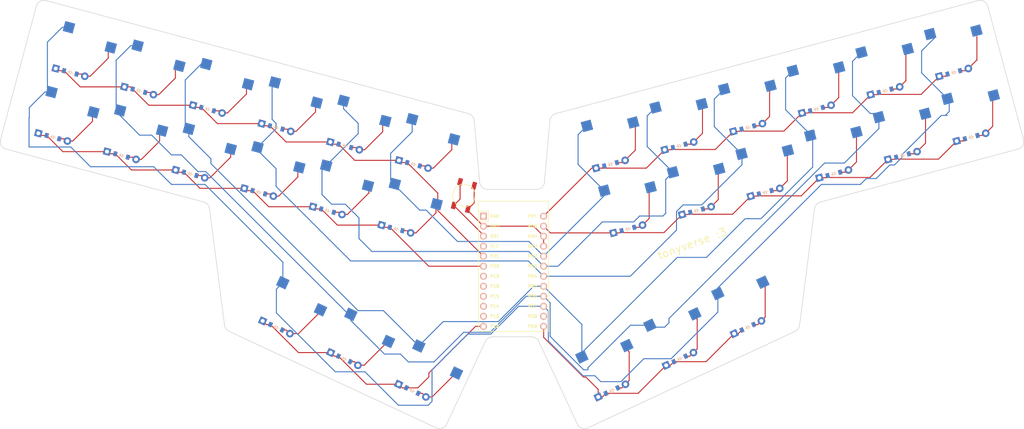
<source format=kicad_pcb>
(kicad_pcb (version 20240108) (generator "pcbnew") (generator_version "8.0")
  (title_block (title "tonyverse") (rev "v1.0.0") (company "Unknown"))
  (layers (0 "F.Cu" signal) (31 "B.Cu" signal) (34 "B.Paste" user) (35 "F.Paste" user) (36 "B.SilkS" user "B.Silkscreen") (37 "F.SilkS" user "F.Silkscreen") (38 "B.Mask" user) (39 "F.Mask" user) (44 "Edge.Cuts" user))
  (net 0 "")
  (net 1 "P7")
  (net 2 "pinky_bottom")
  (net 3 "pinky_top")
  (net 4 "P6")
  (net 5 "ring_bottom")
  (net 6 "ring_top")
  (net 7 "P5")
  (net 8 "better_bottom")
  (net 9 "better_top")
  (net 10 "P4")
  (net 11 "middle_bottom")
  (net 12 "middle_top")
  (net 13 "P3")
  (net 14 "index_bottom")
  (net 15 "index_top")
  (net 16 "P2")
  (net 17 "inner_bottom")
  (net 18 "inner_top")
  (net 19 "near_thumb")
  (net 20 "home_thumb")
  (net 21 "far_thumb")
  (net 22 "mirror_pinky_bottom")
  (net 23 "mirror_pinky_top")
  (net 24 "mirror_ring_bottom")
  (net 25 "mirror_ring_top")
  (net 26 "mirror_better_bottom")
  (net 27 "mirror_better_top")
  (net 28 "mirror_middle_bottom")
  (net 29 "mirror_middle_top")
  (net 30 "mirror_index_bottom")
  (net 31 "mirror_index_top")
  (net 32 "mirror_inner_bottom")
  (net 33 "mirror_inner_top")
  (net 34 "mirror_near_thumb")
  (net 35 "mirror_home_thumb")
  (net 36 "mirror_far_thumb")
  (net 37 "P20")
  (net 38 "P21")
  (net 39 "P10")
  (net 40 "P0")
  (net 41 "P1")
  (net 42 "P9")
  (net 43 "RAW")
  (net 44 "GND")
  (net 45 "RST")
  (net 46 "VCC")
  (net 47 "P19")
  (net 48 "P18")
  (net 49 "P15")
  (net 50 "P14")
  (net 51 "P16")
  (net 52 "P8")
  (footprint "E73:SW_TACT_ALPS_SKQGABE010" (layer "F.Cu") (at 162.58987 147.802652 -105)
    (property "Reference" "B1" (hide yes))
    (property "Value" "" (hide yes))
  )
  (footprint "ComboDiode" (layer "F.Cu") (at 110.633147 146.977134 -15)
    (property "Reference" "D7" (hide yes))
    (property "Value" "" (hide yes))
  )
  (footprint "PG1350" (layer "F.Cu") (at 289.767248 128.171276 15)
    (property "Reference" "S16" (hide yes))
    (property "Value" "" (hide yes))
  )
  (footprint "ComboDiode" (layer "F.Cu") (at 115.033071 130.556395 -15)
    (property "Reference" "D8" (hide yes))
    (property "Value" "" (hide yes))
  )
  (footprint "ComboDiode" (layer "F.Cu") (at 221.514683 151.635877 15)
    (property "Reference" "D24" (hide yes))
    (property "Value" "" (hide yes))
  )
  (footprint "PG1350" (layer "F.Cu") (at 250.593994 121.068023 15)
    (property "Reference" "S21" (hide yes))
    (property "Value" "" (hide yes))
  )
  (footprint "ComboDiode" (layer "F.Cu") (at 149.494599 197.271631 -25)
    (property "Reference" "D15" (hide yes))
    (property "Value" "" (hide yes))
  )
  (footprint "ComboDiode" (layer "F.Cu") (at 234.479592 181.212137 25)
    (property "Reference" "D28" (hide yes))
    (property "Value" "" (hide yes))
  )
  (footprint "PG1350" (layer "F.Cu") (at 81.553837 116.40928 -15)
    (property "Reference" "S4" (hide yes))
    (property "Value" "" (hide yes))
  )
  (footprint "ComboDiode" (layer "F.Cu") (at 256.288013 142.318391 15)
    (property "Reference" "D20" (hide yes))
    (property "Value" "" (hide yes))
  )
  (footprint "PG1350" (layer "F.Cu") (at 133.713831 130.385509 -15)
    (property "Reference" "S10" (hide yes))
    (property "Value" "" (hide yes))
  )
  (footprint "ComboDiode" (layer "F.Cu") (at 291.061343 133.000906 15)
    (property "Reference" "D16" (hide yes))
    (property "Value" "" (hide yes))
  )
  (footprint "ComboDiode" (layer "F.Cu") (at 132.274751 189.241884 -25)
    (property "Reference" "D14" (hide yes))
    (property "Value" "" (hide yes))
  )
  (footprint "PG1350" (layer "F.Cu") (at 220.220588 146.806248 15)
    (property "Reference" "S24" (hide yes))
    (property "Value" "" (hide yes))
  )
  (footprint "ComboDiode" (layer "F.Cu") (at 58.473153 133.000906 -15)
    (property "Reference" "D1" (hide yes))
    (property "Value" "" (hide yes))
  )
  (footprint "PG1350" (layer "F.Cu") (at 116.327166 125.726766 -15)
    (property "Reference" "S8" (hide yes))
    (property "Value" "" (hide yes))
  )
  (footprint "PG1350" (layer "F.Cu") (at 198.433999 135.044251 15)
    (property "Reference" "S27" (hide yes))
    (property "Value" "" (hide yes))
  )
  (footprint "PG1350" (layer "F.Cu") (at 197.926805 192.740092 25)
    (property "Reference" "S30" (hide yes))
    (property "Value" "" (hide yes))
  )
  (footprint "ComboDiode" (layer "F.Cu") (at 273.674678 137.659648 15)
    (property "Reference" "D18" (hide yes))
    (property "Value" "" (hide yes))
  )
  (footprint "ComboDiode" (layer "F.Cu") (at 251.888089 125.897652 15)
    (property "Reference" "D21" (hide yes))
    (property "Value" "" (hide yes))
  )
  (footprint "PG1350" (layer "F.Cu") (at 151.60769 192.740092 -25)
    (property "Reference" "S15" (hide yes))
    (property "Value" "" (hide yes))
  )
  (footprint "PG1350" (layer "F.Cu") (at 129.313907 146.806248 -15)
    (property "Reference" "S9" (hide yes))
    (property "Value" "" (hide yes))
  )
  (footprint "PG1350" (layer "F.Cu") (at 98.940501 121.068023 -15)
    (property "Reference" "S6" (hide yes))
    (property "Value" "" (hide yes))
  )
  (footprint "ComboDiode" (layer "F.Cu") (at 149.806401 139.873881 -15)
    (property "Reference" "D12" (hide yes))
    (property "Value" "" (hide yes))
  )
  (footprint "ComboDiode" (layer "F.Cu") (at 199.728095 139.873881 15)
    (property "Reference" "D27" (hide yes))
    (property "Value" "" (hide yes))
  )
  (footprint "ProMicro" (layer "F.Cu") (at 175.14727 167.007123 -90)
    (property "Reference" "MCU1" (hide yes))
    (property "Value" "" (hide yes))
  )
  (footprint "PG1350" (layer "F.Cu") (at 146.700572 151.464991 -15)
    (property "Reference" "S11" (hide yes))
    (property "Value" "" (hide yes))
  )
  (footprint "PG1350" (layer "F.Cu") (at 64.167171 111.750537 -15)
    (property "Reference" "S2" (hide yes))
    (property "Value" "" (hide yes))
  )
  (footprint "PG1350" (layer "F.Cu") (at 111.927242 142.147505 -15)
    (property "Reference" "S7" (hide yes))
    (property "Value" "" (hide yes))
  )
  (footprint "PG1350" (layer "F.Cu") (at 59.767248 128.171276 -15)
    (property "Reference" "S1" (hide yes))
    (property "Value" "" (hide yes))
  )
  (footprint "ComboDiode" (layer "F.Cu") (at 204.128018 156.29462 15)
    (property "Reference" "D26" (hide yes))
    (property "Value" "" (hide yes))
  )
  (footprint "ComboDiode" (layer "F.Cu") (at 80.259741 121.238909 -15)
    (property "Reference" "D4" (hide yes))
    (property "Value" "" (hide yes))
  )
  (footprint "PG1350" (layer "F.Cu") (at 202.833923 151.464991 15)
    (property "Reference" "S26" (hide yes))
    (property "Value" "" (hide yes))
  )
  (footprint "PG1350" (layer "F.Cu") (at 267.980659 116.40928 15)
    (property "Reference" "S19" (hide yes))
    (property "Value" "" (hide yes))
  )
  (footprint "ComboDiode" (layer "F.Cu") (at 286.661419 116.580166 15)
    (property "Reference" "D17" (hide yes))
    (property "Value" "" (hide yes))
  )
  (footprint "ComboDiode" (layer "F.Cu") (at 62.873076 116.580166 -15)
    (property "Reference" "D2" (hide yes))
    (property "Value" "" (hide yes))
  )
  (footprint "ComboDiode" (layer "F.Cu") (at 75.859818 137.659648 -15)
    (property "Reference" "D3" (hide yes))
    (property "Value" "" (hide yes))
  )
  (footprint "ComboDiode" (layer "F.Cu") (at 115.054903 181.212137 -25)
    (property "Reference" "D13" (hide yes))
    (property "Value" "" (hide yes))
  )
  (footprint "PG1350" (layer "F.Cu") (at 94.540577 137.488762 -15)
    (property "Reference" "S5" (hide yes))
    (property "Value" "" (hide yes))
  )
  (footprint "PG1350" (layer "F.Cu") (at 215.820664 130.385509 15)
    (property "Reference" "S25" (hide yes))
    (property "Value" "" (hide yes))
  )
  (footprint "PG1350" (layer "F.Cu") (at 134.387842 184.710345 -25)
    (property "Reference" "S14" (hide yes))
    (property "Value" "" (hide yes))
  )
  (footprint "PG1350" (layer "F.Cu") (at 117.167994 176.680598 -25)
    (property "Reference" "S13" (hide yes))
    (property "Value" "" (hide yes))
  )
  (footprint "ComboDiode" (layer "F.Cu") (at 269.274754 121.238909 15)
    (property "Reference" "D19" (hide yes))
    (property "Value" "" (hide yes))
  )
  (footprint "ComboDiode" (layer "F.Cu") (at 234.501424 130.556395 15)
    (property "Reference" "D23" (hide yes))
    (property "Value" "" (hide yes))
  )
  (footprint "PG1350" (layer "F.Cu") (at 254.993918 137.488762 15)
    (property "Reference" "S20" (hide yes))
    (property "Value" "" (hide yes))
  )
  (footprint "PG1350" (layer "F.Cu") (at 237.607253 142.147505 15)
    (property "Reference" "S22" (hide yes))
    (property "Value" "" (hide yes))
  )
  (footprint "PG1350" (layer "F.Cu") (at 151.100496 135.044251 -15)
    (property "Reference" "S12" (hide yes))
    (property "Value" "" (hide yes))
  )
  (footprint "ComboDiode" (layer "F.Cu") (at 132.419736 135.215138 -15)
    (property "Reference" "D10" (hide yes))
    (property "Value" "" (hide yes))
  )
  (footprint "PG1350" (layer "F.Cu") (at 77.153913 132.830019 -15)
    (property "Reference" "S3" (hide yes))
    (property "Value" "" (hide yes))
  )
  (footprint "ComboDiode" (layer "F.Cu") (at 217.114759 135.215138 15)
    (property "Reference" "D25" (hide yes))
    (property "Value" "" (hide yes))
  )
  (footprint "PG1350" (layer "F.Cu") (at 232.366501 176.680598 25)
    (property "Reference" "S28" (hide yes))
    (property "Value" "" (hide yes))
  )
  (footprint "ComboDiode" (layer "F.Cu") (at 200.039896 197.271631 25)
    (property "Reference" "D30" (hide yes))
    (property "Value" "" (hide yes))
  )
  (footprint "PG1350" (layer "F.Cu") (at 272.380583 132.830019 15)
    (property "Reference" "S18" (hide yes))
    (property "Value" "" (hide yes))
  )
  (footprint "ComboDiode" (layer "F.Cu") (at 93.246482 142.318391 -15)
    (property "Reference" "D5" (hide yes))
    (property "Value" "" (hide yes))
  )
  (footprint "ComboDiode" (layer "F.Cu") (at 238.901348 146.977134 15)
    (property "Reference" "D22" (hide yes))
    (property "Value" "" (hide yes))
  )
  (footprint "PG1350" (layer "F.Cu") (at 285.367324 111.750537 15)
    (property "Reference" "S17" (hide yes))
    (property "Value" "" (hide yes))
  )
  (footprint "ComboDiode" (layer "F.Cu") (at 97.646406 125.897652 -15)
    (property "Reference" "D6" (hide yes))
    (property "Value" "" (hide yes))
  )
  (footprint "ComboDiode" (layer "F.Cu") (at 217.259744 189.241884 25)
    (property "Reference" "D29" (hide yes))
    (property "Value" "" (hide yes))
  )
  (footprint "PG1350" (layer "F.Cu") (at 233.207329 125.726766 15)
    (property "Reference" "S23" (hide yes))
    (property "Value" "" (hide yes))
  )
  (footprint "PG1350" (layer "F.Cu") (at 215.146653 184.710345 25)
    (property "Reference" "S29" (hide yes))
    (property "Value" "" (hide yes))
  )
  (footprint "ComboDiode" (layer "F.Cu") (at 128.019812 151.635877 -15)
    (property "Reference" "D9" (hide yes))
    (property "Value" "" (hide yes))
  )
  (footprint "ComboDiode" (layer "F.Cu") (at 145.406477 156.29462 -15)
    (property "Reference" "D11" (hide yes))
    (property "Value" "" (hide yes))
  )
  (gr_line (start 168.557909 146.27129) (end 180.976587 146.27129) (stroke (width 0.15)) (layer "Edge.Cuts"))
  (gr_arc (start 103.094261 182.255066) (mid 102.32502 181.622901) (end 101.955913 180.698171) (stroke (width 0.15)) (layer "Edge.Cuts"))
  (gr_line (start 155.568813 206.724351) (end 103.094261 182.255065) (stroke (width 0.15)) (layer "Edge.Cuts"))
  (gr_line (start 251.391045 151.125519) (end 247.578582 180.698171) (stroke (width 0.15)) (layer "Edge.Cuts"))
  (gr_arc (start 158.226666 205.756972) (mid 157.09809 206.791121) (end 155.568813 206.724351) (stroke (width 0.15)) (layer "Edge.Cuts"))
  (gr_arc (start 193.965682 206.72435) (mid 192.436405 206.79112) (end 191.30783 205.756972) (stroke (width 0.15)) (layer "Edge.Cuts"))
  (gr_arc (start 184.355452 128.788873) (mid 184.816247 127.678906) (end 185.830018 127.03344) (stroke (width 0.15)) (layer "Edge.Cuts"))
  (gr_line (start 182.968791 144.447709) (end 184.355452 128.788873) (stroke (width 0.15)) (layer "Edge.Cuts"))
  (gr_line (start 246.440234 182.255065) (end 193.965682 206.724351) (stroke (width 0.15)) (layer "Edge.Cuts"))
  (gr_arc (start 304.315581 133.590548) (mid 304.11578 135.108186) (end 302.901367 136.040038) (stroke (width 0.15)) (layer "Edge.Cuts"))
  (gr_line (start 302.901367 136.040038) (end 252.856991 149.449388) (stroke (width 0.15)) (layer "Edge.Cuts"))
  (gr_arc (start 168.000076 184.797825) (mid 168.738093 183.956279) (end 169.812692 183.643062) (stroke (width 0.15)) (layer "Edge.Cuts"))
  (gr_line (start 56.727071 98.36893) (end 163.704477 127.03344) (stroke (width 0.15)) (layer "Edge.Cuts"))
  (gr_line (start 101.955913 180.698171) (end 98.143451 151.125519) (stroke (width 0.15)) (layer "Edge.Cuts"))
  (gr_arc (start 96.677504 149.449388) (mid 97.665317 150.06457) (end 98.143451 151.125519) (stroke (width 0.15)) (layer "Edge.Cuts"))
  (gr_line (start 45.218915 133.590548) (end 54.277581 99.783144) (stroke (width 0.15)) (layer "Edge.Cuts"))
  (gr_arc (start 251.391044 151.125519) (mid 251.869178 150.06457) (end 252.856991 149.449388) (stroke (width 0.15)) (layer "Edge.Cuts"))
  (gr_arc (start 292.807425 98.368931) (mid 294.325063 98.568732) (end 295.256914 99.783144) (stroke (width 0.15)) (layer "Edge.Cuts"))
  (gr_arc (start 247.578582 180.698171) (mid 247.209475 181.6229) (end 246.440234 182.255065) (stroke (width 0.15)) (layer "Edge.Cuts"))
  (gr_line (start 165.179043 128.788873) (end 166.565705 144.447709) (stroke (width 0.15)) (layer "Edge.Cuts"))
  (gr_arc (start 179.721803 183.643062) (mid 180.796403 183.956279) (end 181.534419 184.797825) (stroke (width 0.15)) (layer "Edge.Cuts"))
  (gr_arc (start 46.633128 136.040037) (mid 45.418716 135.108186) (end 45.218915 133.590548) (stroke (width 0.15)) (layer "Edge.Cuts"))
  (gr_arc (start 168.557909 146.27129) (mid 167.207509 145.746559) (end 166.565705 144.447709) (stroke (width 0.15)) (layer "Edge.Cuts"))
  (gr_arc (start 182.968791 144.447709) (mid 182.326987 145.746559) (end 180.976587 146.27129) (stroke (width 0.15)) (layer "Edge.Cuts"))
  (gr_line (start 191.30783 205.756972) (end 181.534419 184.797825) (stroke (width 0.15)) (layer "Edge.Cuts"))
  (gr_arc (start 54.277581 99.783144) (mid 55.209433 98.568731) (end 56.727071 98.36893) (stroke (width 0.15)) (layer "Edge.Cuts"))
  (gr_line (start 179.721804 183.643062) (end 169.812692 183.643062) (stroke (width 0.15)) (layer "Edge.Cuts"))
  (gr_line (start 168.000076 184.797825) (end 158.226666 205.756972) (stroke (width 0.15)) (layer "Edge.Cuts"))
  (gr_line (start 185.830018 127.03344) (end 292.807424 98.36893) (stroke (width 0.15)) (layer "Edge.Cuts"))
  (gr_line (start 295.256914 99.783144) (end 304.315581 133.590548) (stroke (width 0.15)) (layer "Edge.Cuts"))
  (gr_line (start 96.677504 149.449388) (end 46.633128 136.040038) (stroke (width 0.15)) (layer "Edge.Cuts"))
  (gr_arc (start 163.704477 127.03344) (mid 164.718248 127.678906) (end 165.179043 128.788873) (stroke (width 0.15)) (layer "Edge.Cuts"))
  (gr_text "tonyverse :3" (at 211.569862 163.203959 20) (layer "F.SilkS") (effects (font (size 2 2) (thickness 0.2)) (justify left)))
  (segment (start 57.082368 120.514939) (end 57.082368 108.917632) (width 0.25) (layer "B.Cu") (net 1))
  (segment (start 157.5 189) (end 157.5 189.026926) (width 0.25) (layer "B.Cu") (net 1))
  (segment (start 263 145) (end 253.121514 145) (width 0.25) (layer "B.Cu") (net 1))
  (segment (start 267 143.5) (end 264.5 143.5) (width 0.25) (layer "B.Cu") (net 1))
  (segment (start 183.96857 184.71857) (end 192.75 193.5) (width 0.25) (layer "B.Cu") (net 1))
  (segment (start 285.063868 123.27165) (end 285.5 123.707782) (width 0.25) (layer "B.Cu") (net 1))
  (segment (start 183.96857 177.098423) (end 183.96857 184.71857) (width 0.25) (layer "B.Cu") (net 1))
  (segment (start 52.436111 128.0482) (end 52.5 127.984311) (width 0.25) (layer "B.Cu") (net 1))
  (segment (start 60.844354 105.155646) (end 62.543737 105.155646) (width 0.25) (layer "B.Cu") (net 1))
  (segment (start 52.5 125.5) (end 56.423615 121.576385) (width 0.25) (layer "B.Cu") (net 1))
  (segment (start 281.72539 107.912357) (end 278.5 111.137747) (width 0.25) (layer "B.Cu") (net 1))
  (segment (start 116.714415 169.903992) (end 116.714415 164.714415) (width 0.25) (layer "B.Cu") (net 1))
  (segment (start 270.440452 140.059548) (end 267 143.5) (width 0.25) (layer "B.Cu") (net 1))
  (segment (start 88.5 145) (end 84 140.5) (width 0.25) (layer "B.Cu") (net 1))
  (segment (start 84 140.5) (end 68 140.5) (width 0.25) (layer "B.Cu") (net 1))
  (segment (start 97 145) (end 88.5 145) (width 0.25) (layer "B.Cu") (net 1))
  (segment (start 56.423615 121.576385) (end 58.143814 121.576385) (width 0.25) (layer "B.Cu") (net 1))
  (segment (start 63 135.5) (end 52.436111 135.5) (width 0.25) (layer "B.Cu") (net 1))
  (segment (start 278.5 116.707782) (end 285.063868 123.27165) (width 0.25) (layer "B.Cu") (net 1))
  (segment (start 154.5 200) (end 153.5 201) (width 0.25) (layer "B.Cu") (net 1))
  (segment (start 154.5 192.026926) (end 154.5 200) (width 0.25) (layer "B.Cu") (net 1))
  (segment (start 130 192.5) (end 115.078494 177.578494) (width 0.25) (layer "B.Cu") (net 1))
  (segment (start 283.5 127.5) (end 273.511613 137.488387) (width 0.25) (layer "B.Cu") (net 1))
  (segment (start 271.620716 140.059548) (end 270.440452 140.059548) (width 0.25) (layer "B.Cu") (net 1))
  (segment (start 57.082368 108.917632) (end 60.844354 105.155646) (width 0.25) (layer "B.Cu") (net 1))
  (segment (start 116.714415 164.714415) (end 97 145) (width 0.25) (layer "B.Cu") (net 1))
  (segment (start 202.347726 195) (end 208.157934 189.189792) (width 0.25) (layer "B.Cu") (net 1))
  (segment (start 137.5 192.5) (end 130 192.5) (width 0.25) (layer "B.Cu") (net 1))
  (segment (start 182.76727 175.897123) (end 176.436007 175.897123) (width 0.25) (layer "B.Cu") (net 1))
  (segment (start 195.731714 193.5) (end 197.231714 195) (width 0.25) (layer "B.Cu") (net 1))
  (segment (start 115.078494 177.578494) (end 115.078494 171.539913) (width 0.25) (layer "B.Cu") (net 1))
  (segment (start 146 201) (end 137.5 192.5) (width 0.25) (layer "B.Cu") (net 1))
  (segment (start 192.75 193.5) (end 195.731714 193.5) (width 0.25) (layer "B.Cu") (net 1))
  (segment (start 280.663944 106.850911) (end 281.72539 107.912357) (width 0.25) (layer "B.Cu") (net 1))
  (segment (start 273.5 138.180264) (end 271.620716 140.059548) (width 0.25) (layer "B.Cu") (net 1))
  (segment (start 68 140.5) (end 63 135.5) (width 0.25) (layer "B.Cu") (net 1))
  (segment (start 169.38313 182.95) (end 163.55 182.95) (width 0.25) (layer "B.Cu") (net 1))
  (segment (start 182.76727 175.897123) (end 183.96857 177.098423) (width 0.25) (layer "B.Cu") (net 1))
  (segment (start 253.121514 145) (end 226.883764 171.23775) (width 0.25) (layer "B.Cu") (net 1))
  (segment (start 226.883764 177.367211) (end 226.883764 172.672141) (width 0.25) (layer "B.Cu") (net 1))
  (segment (start 52.5 127.984311) (end 52.5 125.5) (width 0.25) (layer "B.Cu") (net 1))
  (segment (start 52.436111 135.5) (end 52.436111 128.0482) (width 0.25) (layer "B.Cu") (net 1))
  (segment (start 285.5 126.5) (end 284.5 127.5) (width 0.25) (layer "B.Cu") (net 1))
  (segment (start 273.5 137.488387) (end 273.5 138.180264) (width 0.25) (layer "B.Cu") (net 1))
  (segment (start 176.436007 175.897123) (end 169.38313 182.95) (width 0.25) (layer "B.Cu") (net 1))
  (segment (start 153.5 201) (end 146 201) (width 0.25) (layer "B.Cu") (net 1))
  (segment (start 115.078494 171.539913) (end 116.714415 169.903992) (width 0.25) (layer "B.Cu") (net 1))
  (segment (start 157.5 189.026926) (end 154.5 192.026926) (width 0.25) (layer "B.Cu") (net 1))
  (segment (start 278.5 111.137747) (end 278.5 116.707782) (width 0.25) (layer "B.Cu") (net 1))
  (segment (start 226.883764 171.23775) (end 226.883764 172.672141) (width 0.25) (layer "B.Cu") (net 1))
  (segment (start 215.061183 189.189792) (end 226.883764 177.367211) (width 0.25) (layer "B.Cu") (net 1))
  (segment (start 285.011613 127.5) (end 283.5 127.5) (width 0.25) (layer "B.Cu") (net 1))
  (segment (start 197.231714 195) (end 202.347726 195) (width 0.25) (layer "B.Cu") (net 1))
  (segment (start 208.157934 189.189792) (end 215.061183 189.189792) (width 0.25) (layer "B.Cu") (net 1))
  (segment (start 58.143814 121.576385) (end 57.082368 120.514939) (width 0.25) (layer "B.Cu") (net 1))
  (segment (start 285.5 123.707782) (end 285.5 126.5) (width 0.25) (layer "B.Cu") (net 1))
  (segment (start 163.55 182.95) (end 157.5 189) (width 0.25) (layer "B.Cu") (net 1))
  (segment (start 264.5 143.5) (end 263 145) (width 0.25) (layer "B.Cu") (net 1))
  (segment (start 61.59428 133.427957) (end 62.15333 133.987007) (width 0.25) (layer "F.Cu") (net 2))
  (segment (start 63.500368 133.987007) (end 68.5 128.987375) (width 0.25) (layer "F.Cu") (net 2))
  (segment (start 62.15333 133.987007) (end 63.500368 133.987007) (width 0.25) (layer "F.Cu") (net 2))
  (segment (start 60.066931 133.427957) (end 61.59428 133.427957) (width 0.25) (layer "F.Cu") (net 2))
  (segment (start 68.5 128.987375) (end 68.5 126.5) (width 0.25) (layer "F.Cu") (net 2))
  (segment (start 72.5 112.966558) (end 72.5 110.5) (width 0.25) (layer "F.Cu") (net 3))
  (segment (start 67.900291 117.566267) (end 72.5 112.966558) (width 0.25) (layer "F.Cu") (net 3))
  (segment (start 66.553253 117.566267) (end 67.900291 117.566267) (width 0.25) (layer "F.Cu") (net 3))
  (segment (start 65.994203 117.007217) (end 66.553253 117.566267) (width 0.25) (layer "F.Cu") (net 3))
  (segment (start 64.466854 117.007217) (end 65.994203 117.007217) (width 0.25) (layer "F.Cu") (net 3))
  (segment (start 184.41857 175.008423) (end 184.41857 183.522157) (width 0.25) (layer "B.Cu") (net 4))
  (segment (start 162.5 182.5) (end 169.196734 182.5) (width 0.25) (layer "B.Cu") (net 4))
  (segment (start 142.427767 188) (end 146.5 188) (width 0.25) (layer "B.Cu") (net 4))
  (segment (start 265.511662 127.011662) (end 261 122.5) (width 0.25) (layer "B.Cu") (net 4))
  (segment (start 95.224417 141.724417) (end 97.153241 141.724417) (width 0.25) (layer "B.Cu") (net 4))
  (segment (start 74.5 113.5) (end 74.5 125.204649) (width 0.25) (layer "B.Cu") (net 4))
  (segment (start 194 191.450221) (end 204.748333 180.701888) (width 0.25) (layer "B.Cu") (net 4))
  (segment (start 75.530479 126.235128) (end 75.530479 127.580987) (width 0.25) (layer "B.Cu") (net 4))
  (segment (start 146.5 188) (end 148.5 190) (width 0.25) (layer "B.Cu") (net 4))
  (segment (start 155 190) (end 162.5 182.5) (width 0.25) (layer "B.Cu") (net 4))
  (segment (start 83.5 132.5) (end 88.5 137.5) (width 0.25) (layer "B.Cu") (net 4))
  (segment (start 74.5 125.204649) (end 75.530479 126.235128) (width 0.25) (layer "B.Cu") (net 4))
  (segment (start 210.154842 181.192814) (end 213.408724 181.192814) (width 0.25) (layer "B.Cu") (net 4))
  (segment (start 253.921738 139.578262) (end 258.921738 139.578262) (width 0.25) (layer "B.Cu") (net 4))
  (segment (start 194 192) (end 194 191.450221) (width 0.25) (layer "B.Cu") (net 4))
  (segment (start 97.153241 141.724417) (end 133.362563 177.933739) (width 0.25) (layer "B.Cu") (net 4))
  (segment (start 75.530479 127.580987) (end 80.449492 132.5) (width 0.25) (layer "B.Cu") (net 4))
  (segment (start 182.76727 173.357123) (end 184.41857 175.008423) (width 0.25) (layer "B.Cu") (net 4))
  (segment (start 133.362563 177.933739) (end 133.934263 177.933739) (width 0.25) (layer "B.Cu") (net 4))
  (segment (start 80.449492 132.5) (end 83.5 132.5) (width 0.25) (layer "B.Cu") (net 4))
  (segment (start 267.677203 127.930393) (end 268.595934 127.011662) (width 0.25) (layer "B.Cu") (net 4))
  (segment (start 204.748333 180.701888) (end 209.663916 180.701888) (width 0.25) (layer "B.Cu") (net 4))
  (segment (start 79.930403 109.814389) (end 78.185611 109.814389) (width 0.25) (layer "B.Cu") (net 4))
  (segment (start 258.921738 139.578262) (end 267.677203 130.822797) (width 0.25) (layer "B.Cu") (net 4))
  (segment (start 184.41857 183.522157) (end 192.896413 192) (width 0.25) (layer "B.Cu") (net 4))
  (segment (start 209.663916 180.701888) (end 210.154842 181.192814) (width 0.25) (layer "B.Cu") (net 4))
  (segment (start 133.934263 177.933739) (end 133.934263 179.506496) (width 0.25) (layer "B.Cu") (net 4))
  (segment (start 267.677203 130.822797) (end 267.677203 127.930393) (width 0.25) (layer "B.Cu") (net 4))
  (segment (start 261 113.786933) (end 263.277279 111.509654) (width 0.25) (layer "B.Cu") (net 4))
  (segment (start 178.339611 173.357123) (end 182.76727 173.357123) (width 0.25) (layer "B.Cu") (net 4))
  (segment (start 214.507074 180.094464) (end 214.507074 178.992926) (width 0.25) (layer "B.Cu") (net 4))
  (segment (start 192.896413 192) (end 194 192) (width 0.25) (layer "B.Cu") (net 4))
  (segment (start 148.5 190) (end 155 190) (width 0.25) (layer "B.Cu") (net 4))
  (segment (start 78.185611 109.814389) (end 74.5 113.5) (width 0.25) (layer "B.Cu") (net 4))
  (segment (start 91 137.5) (end 95.224417 141.724417) (width 0.25) (layer "B.Cu") (net 4))
  (segment (start 214.507074 178.992926) (end 253.921738 139.578262) (width 0.25) (layer "B.Cu") (net 4))
  (segment (start 213.408724 181.192814) (end 214.507074 180.094464) (width 0.25) (layer "B.Cu") (net 4))
  (segment (start 261 122.5) (end 261 113.786933) (width 0.25) (layer "B.Cu") (net 4))
  (segment (start 268.595934 127.011662) (end 265.511662 127.011662) (width 0.25) (layer "B.Cu") (net 4))
  (segment (start 133.934263 179.506496) (end 142.427767 188) (width 0.25) (layer "B.Cu") (net 4))
  (segment (start 169.196734 182.5) (end 178.339611 173.357123) (width 0.25) (layer "B.Cu") (net 4))
  (segment (start 88.5 137.5) (end 91 137.5) (width 0.25) (layer "B.Cu") (net 4))
  (segment (start 78.980945 138.086699) (end 79.539995 138.645749) (width 0.25) (layer "F.Cu") (net 5))
  (segment (start 79.539995 138.645749) (end 80.887033 138.645749) (width 0.25) (layer "F.Cu") (net 5))
  (segment (start 77.453596 138.086699) (end 78.980945 138.086699) (width 0.25) (layer "F.Cu") (net 5))
  (segment (start 85.5 134.032782) (end 85.5 131.5) (width 0.25) (layer "F.Cu") (net 5))
  (segment (start 80.887033 138.645749) (end 85.5 134.032782) (width 0.25) (layer "F.Cu") (net 5))
  (segment (start 89.5 118.011966) (end 89.5 115) (width 0.25) (layer "F.Cu") (net 6))
  (segment (start 81.853519 121.66596) (end 83.380868 121.66596) (width 0.25) (layer "F.Cu") (net 6))
  (segment (start 85.286956 122.22501) (end 89.5 118.011966) (width 0.25) (layer "F.Cu") (net 6))
  (segment (start 83.380868 121.66596) (end 83.939918 122.22501) (width 0.25) (layer "F.Cu") (net 6))
  (segment (start 83.939918 122.22501) (end 85.286956 122.22501) (width 0.25) (layer "F.Cu") (net 6))
  (segment (start 216.608137 163.5) (end 224 163.5) (width 0.25) (layer "B.Cu") (net 7))
  (segment (start 192.444068 180.493921) (end 192.444068 188.731635) (width 0.25) (layer "B.Cu") (net 7))
  (segment (start 244.055502 118.003509) (end 245.890614 116.168397) (width 0.25) (layer "B.Cu") (net 7))
  (segment (start 180.243215 170.817123) (end 182.76727 170.817123) (width 0.25) (layer "B.Cu") (net 7))
  (segment (start 237.807373 153.692627) (end 250.907226 140.592774) (width 0.25) (layer "B.Cu") (net 7))
  (segment (start 92 129.976728) (end 92.917143 130.893871) (width 0.25) (layer "B.Cu") (net 7))
  (segment (start 244.055502 126.055502) (end 244.055502 118.003509) (width 0.25) (layer "B.Cu") (net 7))
  (segment (start 142.190625 177) (end 151.154111 185.963486) (width 0.25) (layer "B.Cu") (net 7))
  (segment (start 250.101251 132.101251) (end 244.055502 126.055502) (width 0.25) (layer "B.Cu") (net 7))
  (segment (start 157.341774 179.775823) (end 171.284515 179.775823) (width 0.25) (layer "B.Cu") (net 7))
  (segment (start 250.907226 133.205824) (end 250.290538 132.589136) (width 0.25) (layer "B.Cu") (net 7))
  (segment (start 96.026868 114.473132) (end 92 118.5) (width 0.25) (layer "B.Cu") (net 7))
  (segment (start 92.917143 132.910329) (end 98.5 138.493186) (width 0.25) (layer "B.Cu") (net 7))
  (segment (start 92 118.5) (end 92 129.976728) (width 0.25) (layer "B.Cu") (net 7))
  (segment (start 192.444068 188.731635) (end 192.444068 187.664069) (width 0.25) (layer "B.Cu") (net 7))
  (segment (start 97.317067 114.473132) (end 96.026868 114.473132) (width 0.25) (layer "B.Cu") (net 7))
  (segment (start 92.917143 130.893871) (end 92.917143 132.910329) (width 0.25) (layer "B.Cu") (net 7))
  (segment (start 182.76727 170.817123) (end 192.444068 180.493921) (width 0.25) (layer "B.Cu") (net 7))
  (segment (start 251.351984 131.52769) (end 250.674812 131.52769) (width 0.25) (layer "B.Cu") (net 7))
  (segment (start 151.154111 185.963486) (end 157.341774 179.775823) (width 0.25) (layer "B.Cu") (net 7))
  (segment (start 250.290538 132.589136) (end 251.351984 131.52769) (width 0.25) (layer "B.Cu") (net 7))
  (segment (start 171.284515 179.775823) (end 180.243215 170.817123) (width 0.25) (layer "B.Cu") (net 7))
  (segment (start 98.5 139.715099) (end 135.784901 177) (width 0.25) (layer "B.Cu") (net 7))
  (segment (start 233.807373 153.692627) (end 237.807373 153.692627) (width 0.25) (layer "B.Cu") (net 7))
  (segment (start 250.907226 140.592774) (end 250.907226 133.205824) (width 0.25) (layer "B.Cu") (net 7))
  (segment (start 98.5 138.493186) (end 98.5 139.715099) (width 0.25) (layer "B.Cu") (net 7))
  (segment (start 192.444068 187.664069) (end 216.608137 163.5) (width 0.25) (layer "B.Cu") (net 7))
  (segment (start 250.674812 131.52769) (end 250.101251 132.101251) (width 0.25) (layer "B.Cu") (net 7))
  (segment (start 224 163.5) (end 233.807373 153.692627) (width 0.25) (layer "B.Cu") (net 7))
  (segment (start 135.784901 177) (end 142.190625 177) (width 0.25) (layer "B.Cu") (net 7))
  (segment (start 98.273697 143.304492) (end 103.5 138.078189) (width 0.25) (layer "F.Cu") (net 8))
  (segment (start 94.84026 142.745442) (end 96.367609 142.745442) (width 0.25) (layer "F.Cu") (net 8))
  (segment (start 96.367609 142.745442) (end 96.926659 143.304492) (width 0.25) (layer "F.Cu") (net 8))
  (segment (start 96.926659 143.304492) (end 98.273697 143.304492) (width 0.25) (layer "F.Cu") (net 8))
  (segment (start 103.5 138.078189) (end 103.5 136.5) (width 0.25) (layer "F.Cu") (net 8))
  (segment (start 100.767533 126.324703) (end 101.326583 126.883753) (width 0.25) (layer "F.Cu") (net 9))
  (segment (start 107.5 122.057374) (end 107.5 119.5) (width 0.25) (layer "F.Cu") (net 9))
  (segment (start 102.673621 126.883753) (end 107.5 122.057374) (width 0.25) (layer "F.Cu") (net 9))
  (segment (start 99.240184 126.324703) (end 100.767533 126.324703) (width 0.25) (layer "F.Cu") (net 9))
  (segment (start 101.326583 126.883753) (end 102.673621 126.883753) (width 0.25) (layer "F.Cu") (net 9))
  (segment (start 226 130.344006) (end 232.903873 137.247879) (width 0.25) (layer "B.Cu") (net 10))
  (segment (start 133.898423 164.398423) (end 115 145.5) (width 0.25) (layer "B.Cu") (net 10))
  (segment (start 218.091646 150.187803) (end 216.420708 151.858741) (width 0.25) (layer "B.Cu") (net 10))
  (segment (start 114 128.5) (end 114 119.835607) (width 0.25) (layer "B.Cu") (net 10))
  (segment (start 115 145.5) (end 115 141) (width 0.25) (layer "B.Cu") (net 10))
  (segment (start 216.420708 151.858741) (end 216.420708 156.579292) (width 0.25) (layer "B.Cu") (net 10))
  (segment (start 115 130.856422) (end 115 129.5) (width 0.25) (layer "B.Cu") (net 10))
  (segment (start 110.303808 136.303808) (end 110.303808 135.552614) (width 0.25) (layer "B.Cu") (net 10))
  (segment (start 110.303808 135.552614) (end 115 130.856422) (width 0.25) (layer "B.Cu") (net 10))
  (segment (start 216.420708 156.579292) (end 204.722877 168.277123) (width 0.25) (layer "B.Cu") (net 10))
  (segment (start 226 123.331089) (end 226 130.344006) (width 0.25) (layer "B.Cu") (net 10))
  (segment (start 178.88857 164.398423) (end 133.898423 164.398423) (width 0.25) (layer "B.Cu") (net 10))
  (segment (start 222.812197 150.187803) (end 218.091646 150.187803) (width 0.25) (layer "B.Cu") (net 10))
  (segment (start 182.76727 168.277123) (end 178.88857 164.398423) (width 0.25) (layer "B.Cu") (net 10))
  (segment (start 115 141) (end 110.303808 136.303808) (width 0.25) (layer "B.Cu") (net 10))
  (segment (start 228.503949 120.82714) (end 226 123.331089) (width 0.25) (layer "B.Cu") (net 10))
  (segment (start 114 119.835607) (end 114.703732 119.131875) (width 0.25) (layer "B.Cu") (net 10))
  (segment (start 232.903873 137.247879) (end 233 137.344006) (width 0.25) (layer "B.Cu") (net 10))
  (segment (start 233 137.344006) (end 233 140) (width 0.25) (layer "B.Cu") (net 10))
  (segment (start 233 140) (end 222.812197 150.187803) (width 0.25) (layer "B.Cu") (net 10))
  (segment (start 115 129.5) (end 114 128.5) (width 0.25) (layer "B.Cu") (net 10))
  (segment (start 204.722877 168.277123) (end 182.76727 168.277123) (width 0.25) (layer "B.Cu") (net 10))
  (segment (start 120.5 143.123597) (end 120.5 141) (width 0.25) (layer "F.Cu") (net 11))
  (segment (start 115.660362 147.963235) (end 120.5 143.123597) (width 0.25) (layer "F.Cu") (net 11))
  (segment (start 113.754274 147.404185) (end 114.313324 147.963235) (width 0.25) (layer "F.Cu") (net 11))
  (segment (start 114.313324 147.963235) (end 115.660362 147.963235) (width 0.25) (layer "F.Cu") (net 11))
  (segment (start 112.226925 147.404185) (end 113.754274 147.404185) (width 0.25) (layer "F.Cu") (net 11))
  (segment (start 116.626849 130.983446) (end 118.154198 130.983446) (width 0.25) (layer "F.Cu") (net 12))
  (segment (start 118.154198 130.983446) (end 118.713248 131.542496) (width 0.25) (layer "F.Cu") (net 12))
  (segment (start 120.060286 131.542496) (end 125 126.602782) (width 0.25) (layer "F.Cu") (net 12))
  (segment (start 118.713248 131.542496) (end 120.060286 131.542496) (width 0.25) (layer "F.Cu") (net 12))
  (segment (start 125 126.602782) (end 125 124.5) (width 0.25) (layer "F.Cu") (net 12))
  (segment (start 215.517208 141.906622) (end 209 135.389414) (width 0.25) (layer "B.Cu") (net 13))
  (segment (start 209 127.603167) (end 211.117284 125.485883) (width 0.25) (layer "B.Cu") (net 13))
  (segment (start 213.682096 152.317904) (end 213.682096 143.741734) (width 0.25) (layer "B.Cu") (net 13))
  (segment (start 136 153.48469) (end 136 158.728647) (width 0.25) (layer "B.Cu") (net 13))
  (segment (start 135.803331 132.098499) (end 127.690473 140.211357) (width 0.25) (layer "B.Cu") (net 13))
  (segment (start 197.643511 154.5) (end 205.5767 154.5) (width 0.25) (layer "B.Cu") (net 13))
  (segment (start 132.090397 125.807076) (end 135.803331 129.52001) (width 0.25) (layer "B.Cu") (net 13))
  (segment (start 126.629027 147.565699) (end 129.063328 150) (width 0.25) (layer "B.Cu") (net 13))
  (segment (start 126.629027 141.272803) (end 126.629027 147.565699) (width 0.25) (layer "B.Cu") (net 13))
  (segment (start 127.690473 140.211357) (end 126.629027 141.272803) (width 0.25) (layer "B.Cu") (net 13))
  (segment (start 132.090397 123.790618) (end 132.090397 125.807076) (width 0.25) (layer "B.Cu") (net 13))
  (segment (start 129.063328 150) (end 132.51531 150) (width 0.25) (layer "B.Cu") (net 13))
  (segment (start 179.02597 161.995823) (end 182.76727 165.737123) (width 0.25) (layer "B.Cu") (net 13))
  (segment (start 132.51531 150) (end 136 153.48469) (width 0.25) (layer "B.Cu") (net 13))
  (segment (start 213 153) (end 213.682096 152.317904) (width 0.25) (layer "B.Cu") (net 13))
  (segment (start 186.406388 165.737123) (end 197.643511 154.5) (width 0.25) (layer "B.Cu") (net 13))
  (segment (start 209 135.389414) (end 209 127.603167) (width 0.25) (layer "B.Cu") (net 13))
  (segment (start 139.267176 161.995823) (end 179.02597 161.995823) (width 0.25) (layer "B.Cu") (net 13))
  (segment (start 207.0767 153) (end 213 153) (width 0.25) (layer "B.Cu") (net 13))
  (segment (start 213.682096 143.741734) (end 215.517208 141.906622) (width 0.25) (layer "B.Cu") (net 13))
  (segment (start 182.76727 165.737123) (end 186.406388 165.737123) (width 0.25) (layer "B.Cu") (net 13))
  (segment (start 205.5767 154.5) (end 207.0767 153) (width 0.25) (layer "B.Cu") (net 13))
  (segment (start 135.803331 129.52001) (end 135.803331 132.098499) (width 0.25) (layer "B.Cu") (net 13))
  (segment (start 136 158.728647) (end 139.267176 161.995823) (width 0.25) (layer "B.Cu") (net 13))
  (segment (start 131.140939 152.062928) (end 131.699989 152.621978) (width 0.25) (layer "F.Cu") (net 14))
  (segment (start 131.699989 152.621978) (end 133.047027 152.621978) (width 0.25) (layer "F.Cu") (net 14))
  (segment (start 129.61359 152.062928) (end 131.140939 152.062928) (width 0.25) (layer "F.Cu") (net 14))
  (segment (start 138.5 147.169005) (end 138.5 145.5) (width 0.25) (layer "F.Cu") (net 14))
  (segment (start 133.047027 152.621978) (end 138.5 147.169005) (width 0.25) (layer "F.Cu") (net 14))
  (segment (start 134.013514 135.642189) (end 135.540863 135.642189) (width 0.25) (layer "F.Cu") (net 15))
  (segment (start 137.446951 136.201239) (end 142 131.64819) (width 0.25) (layer "F.Cu") (net 15))
  (segment (start 136.099913 136.201239) (end 137.446951 136.201239) (width 0.25) (layer "F.Cu") (net 15))
  (segment (start 135.540863 135.642189) (end 136.099913 136.201239) (width 0.25) (layer "F.Cu") (net 15))
  (segment (start 142 131.64819) (end 142 129.5) (width 0.25) (layer "F.Cu") (net 15))
  (segment (start 160.955823 159.455823) (end 153 151.5) (width 0.25) (layer "B.Cu") (net 16))
  (segment (start 149.477062 131.665272) (end 149.477062 128.44936) (width 0.25) (layer "B.Cu") (net 16))
  (segment (start 191.5 132.375244) (end 191.5 139.934822) (width 0.25) (layer "B.Cu") (net 16))
  (segment (start 193.730619 130.144625) (end 191.5 132.375244) (width 0.25) (layer "B.Cu") (net 16))
  (segment (start 145.077138 145.205975) (end 145.077138 144.8701) (width 0.25) (layer "B.Cu") (net 16))
  (segment (start 198.130543 147.83385) (end 182.76727 163.197123) (width 0.25) (layer "B.Cu") (net 16))
  (segment (start 144.015692 137.126642) (end 149.477062 131.665272) (width 0.25) (layer "B.Cu") (net 16))
  (segment (start 144.015692 143.808654) (end 144.015692 137.126642) (width 0.25) (layer "B.Cu") (net 16))
  (segment (start 179.02597 159.455823) (end 160.955823 159.455823) (width 0.25) (layer "B.Cu") (net 16))
  (segment (start 145.077138 144.8701) (end 144.015692 143.808654) (width 0.25) (layer "B.Cu") (net 16))
  (segment (start 198.130543 146.565365) (end 198.130543 147.83385) (width 0.25) (layer "B.Cu") (net 16))
  (segment (start 153 151.5) (end 151.371163 151.5) (width 0.25) (layer "B.Cu") (net 16))
  (segment (start 182.76727 163.197123) (end 179.02597 159.455823) (width 0.25) (layer "B.Cu") (net 16))
  (segment (start 151.371163 151.5) (end 145.077138 145.205975) (width 0.25) (layer "B.Cu") (net 16))
  (segment (start 191.5 139.934822) (end 198.130543 146.565365) (width 0.25) (layer "B.Cu") (net 16))
  (segment (start 149.086654 157.280721) (end 150.433692 157.280721) (width 0.25) (layer "F.Cu") (net 17))
  (segment (start 148.527604 156.721671) (end 149.086654 157.280721) (width 0.25) (layer "F.Cu") (net 17))
  (segment (start 147.000255 156.721671) (end 148.527604 156.721671) (width 0.25) (layer "F.Cu") (net 17))
  (segment (start 155.5 152.214413) (end 155.5 150) (width 0.25) (layer "F.Cu") (net 17))
  (segment (start 150.433692 157.280721) (end 155.5 152.214413) (width 0.25) (layer "F.Cu") (net 17))
  (segment (start 151.400179 140.300932) (end 152.927528 140.300932) (width 0.25) (layer "F.Cu") (net 18))
  (segment (start 152.927528 140.300932) (end 153.486578 140.859982) (width 0.25) (layer "F.Cu") (net 18))
  (segment (start 159.5 136.193598) (end 159.5 134) (width 0.25) (layer "F.Cu") (net 18))
  (segment (start 153.486578 140.859982) (end 154.833616 140.859982) (width 0.25) (layer "F.Cu") (net 18))
  (segment (start 154.833616 140.859982) (end 159.5 136.193598) (width 0.25) (layer "F.Cu") (net 18))
  (segment (start 118.507936 182.822313) (end 120.677687 182.822313) (width 0.25) (layer "F.Cu") (net 19))
  (segment (start 117.59508 181.909457) (end 118.507936 182.822313) (width 0.25) (layer "F.Cu") (net 19))
  (segment (start 116.550311 181.909457) (end 117.59508 181.909457) (width 0.25) (layer "F.Cu") (net 19))
  (segment (start 120.677687 182.822313) (end 126.5 177) (width 0.25) (layer "F.Cu") (net 19))
  (segment (start 143 185.140964) (end 143 185) (width 0.25) (layer "F.Cu") (net 20))
  (segment (start 134.814928 189.939204) (end 135.727784 190.85206) (width 0.25) (layer "F.Cu") (net 20))
  (segment (start 137.288904 190.85206) (end 143 185.140964) (width 0.25) (layer "F.Cu") (net 20))
  (segment (start 133.770159 189.939204) (end 134.814928 189.939204) (width 0.25) (layer "F.Cu") (net 20))
  (segment (start 135.727784 190.85206) (end 137.288904 190.85206) (width 0.25) (layer "F.Cu") (net 20))
  (segment (start 159.890559 193.5) (end 160.5 193.5) (width 0.25) (layer "F.Cu") (net 21))
  (segment (start 152.034776 197.968951) (end 152.947632 198.881807) (width 0.25) (layer "F.Cu") (net 21))
  (segment (start 154.508752 198.881807) (end 159.890559 193.5) (width 0.25) (layer "F.Cu") (net 21))
  (segment (start 152.947632 198.881807) (end 154.508752 198.881807) (width 0.25) (layer "F.Cu") (net 21))
  (segment (start 150.990007 197.968951) (end 152.034776 197.968951) (width 0.25) (layer "F.Cu") (net 21))
  (segment (start 294.18247 132.573855) (end 294.74152 132.014805) (width 0.25) (layer "F.Cu") (net 22))
  (segment (start 296.5 130.256325) (end 296.5 123) (width 0.25) (layer "F.Cu") (net 22))
  (segment (start 292.655121 132.573855) (end 294.18247 132.573855) (width 0.25) (layer "F.Cu") (net 22))
  (segment (start 294.74152 132.014805) (end 296.5 130.256325) (width 0.25) (layer "F.Cu") (net 22))
  (segment (start 288.255197 116.153115) (end 289.782546 116.153115) (width 0.25) (layer "F.Cu") (net 23))
  (segment (start 292.5 113.435661) (end 292.5 107.5) (width 0.25) (layer "F.Cu") (net 23))
  (segment (start 290.341596 115.594065) (end 292.5 113.435661) (width 0.25) (layer "F.Cu") (net 23))
  (segment (start 289.782546 116.153115) (end 290.341596 115.594065) (width 0.25) (layer "F.Cu") (net 23))
  (segment (start 276.795805 137.232597) (end 277.354855 136.673547) (width 0.25) (layer "F.Cu") (net 24))
  (segment (start 279.5 134.528402) (end 279.5 127) (width 0.25) (layer "F.Cu") (net 24))
  (segment (start 275.268456 137.232597) (end 276.795805 137.232597) (width 0.25) (layer "F.Cu") (net 24))
  (segment (start 277.354855 136.673547) (end 279.5 134.528402) (width 0.25) (layer "F.Cu") (net 24))
  (segment (start 274.519151 118.688588) (end 274.519151 111.019151) (width 0.25) (layer "F.Cu") (net 25))
  (segment (start 274.519151 111.019151) (end 274.5 111) (width 0.25) (layer "F.Cu") (net 25))
  (segment (start 270.868532 120.811858) (end 272.395881 120.811858) (width 0.25) (layer "F.Cu") (net 25))
  (segment (start 272.395881 120.811858) (end 272.954931 120.252808) (width 0.25) (layer "F.Cu") (net 25))
  (segment (start 272.954931 120.252808) (end 274.519151 118.688588) (width 0.25) (layer "F.Cu") (net 25))
  (segment (start 257.881791 141.89134) (end 259.40914 141.89134) (width 0.25) (layer "F.Cu") (net 26))
  (segment (start 259.40914 141.89134) (end 259.96819 141.33229) (width 0.25) (layer "F.Cu") (net 26))
  (segment (start 259.96819 141.33229) (end 262 139.30048) (width 0.25) (layer "F.Cu") (net 26))
  (segment (start 262 139.30048) (end 262 132) (width 0.25) (layer "F.Cu") (net 26))
  (segment (start 257.5 122.979817) (end 257.5 116) (width 0.25) (layer "F.Cu") (net 27))
  (segment (start 253.481867 125.470601) (end 255.009216 125.470601) (width 0.25) (layer "F.Cu") (net 27))
  (segment (start 255.009216 125.470601) (end 255.568266 124.911551) (width 0.25) (layer "F.Cu") (net 27))
  (segment (start 255.568266 124.911551) (end 257.5 122.979817) (width 0.25) (layer "F.Cu") (net 27))
  (segment (start 244.5 144.072558) (end 244.5 136.5) (width 0.25) (layer "F.Cu") (net 28))
  (segment (start 240.495126 146.550083) (end 242.022475 146.550083) (width 0.25) (layer "F.Cu") (net 28))
  (segment (start 242.022475 146.550083) (end 242.581525 145.991033) (width 0.25) (layer "F.Cu") (net 28))
  (segment (start 242.581525 145.991033) (end 244.5 144.072558) (width 0.25) (layer "F.Cu") (net 28))
  (segment (start 237.622551 130.129344) (end 238.181601 129.570294) (width 0.25) (layer "F.Cu") (net 29))
  (segment (start 240 127.751895) (end 240 120.5) (width 0.25) (layer "F.Cu") (net 29))
  (segment (start 236.095202 130.129344) (end 237.622551 130.129344) (width 0.25) (layer "F.Cu") (net 29))
  (segment (start 238.181601 129.570294) (end 240 127.751895) (width 0.25) (layer "F.Cu") (net 29))
  (segment (start 223.108461 151.208826) (end 224.63581 151.208826) (width 0.25) (layer "F.Cu") (net 30))
  (segment (start 227 148.844636) (end 227 141) (width 0.25) (layer "F.Cu") (net 30))
  (segment (start 224.63581 151.208826) (end 225.19486 150.649776) (width 0.25) (layer "F.Cu") (net 30))
  (segment (start 225.19486 150.649776) (end 227 148.844636) (width 0.25) (layer "F.Cu") (net 30))
  (segment (start 220.235886 134.788087) (end 220.794936 134.229037) (width 0.25) (layer "F.Cu") (net 31))
  (segment (start 220.794936 134.229037) (end 223 132.023973) (width 0.25) (layer "F.Cu") (net 31))
  (segment (start 218.708537 134.788087) (end 220.235886 134.788087) (width 0.25) (layer "F.Cu") (net 31))
  (segment (start 223 132.023973) (end 223 125) (width 0.25) (layer "F.Cu") (net 31))
  (segment (start 205.721796 155.867569) (end 207.249145 155.867569) (width 0.25) (layer "F.Cu") (net 32))
  (segment (start 207.249145 155.867569) (end 207.808195 155.308519) (width 0.25) (layer "F.Cu") (net 32))
  (segment (start 209.5 153.616714) (end 209.5 146) (width 0.25) (layer "F.Cu") (net 32))
  (segment (start 207.808195 155.308519) (end 209.5 153.616714) (width 0.25) (layer "F.Cu") (net 32))
  (segment (start 206 129.5) (end 205.5 129) (width 0.25) (layer "F.Cu") (net 33))
  (segment (start 201.321873 139.44683) (end 202.849222 139.44683) (width 0.25) (layer "F.Cu") (net 33))
  (segment (start 206 136.296052) (end 206 129.5) (width 0.25) (layer "F.Cu") (net 33))
  (segment (start 203.408272 138.88778) (end 206 136.296052) (width 0.25) (layer "F.Cu") (net 33))
  (segment (start 202.849222 139.44683) (end 203.408272 138.88778) (width 0.25) (layer "F.Cu") (net 33))
  (segment (start 238.885125 170.885125) (end 238 170) (width 0.25) (layer "F.Cu") (net 34))
  (segment (start 237.019769 180.514817) (end 237.932625 179.601961) (width 0.25) (layer "F.Cu") (net 34))
  (segment (start 238.885125 178.649461) (end 238.885125 170.885125) (width 0.25) (layer "F.Cu") (net 34))
  (segment (start 235.975 180.514817) (end 237.019769 180.514817) (width 0.25) (layer "F.Cu") (net 34))
  (segment (start 237.932625 179.601961) (end 238.885125 178.649461) (width 0.25) (layer "F.Cu") (net 34))
  (segment (start 218.755152 188.544564) (end 219.799921 188.544564) (width 0.25) (layer "F.Cu") (net 35))
  (segment (start 219.799921 188.544564) (end 220.712777 187.631708) (width 0.25) (layer "F.Cu") (net 35))
  (segment (start 221.665277 186.679208) (end 221.665277 179.165277) (width 0.25) (layer "F.Cu") (net 35))
  (segment (start 221.665277 179.165277) (end 221 178.5) (width 0.25) (layer "F.Cu") (net 35))
  (segment (start 220.712777 187.631708) (end 221.665277 186.679208) (width 0.25) (layer "F.Cu") (net 35))
  (segment (start 201.535304 196.574311) (end 202.580073 196.574311) (width 0.25) (layer "F.Cu") (net 36))
  (segment (start 204.445429 187.445429) (end 203.5 186.5) (width 0.25) (layer "F.Cu") (net 36))
  (segment (start 204.445429 194.708955) (end 204.445429 187.445429) (width 0.25) (layer "F.Cu") (net 36))
  (segment (start 203.492929 195.661455) (end 204.445429 194.708955) (width 0.25) (layer "F.Cu") (net 36))
  (segment (start 202.580073 196.574311) (end 203.492929 195.661455) (width 0.25) (layer "F.Cu") (net 36))
  (segment (start 89.566305 141.33229) (end 78.365733 141.33229) (width 0.25) (layer "F.Cu") (net 37))
  (segment (start 142.28535 155.867569) (end 141.7263 155.308519) (width 0.25) (layer "F.Cu") (net 37))
  (segment (start 106.95297 145.991033) (end 95.752397 145.991033) (width 0.25) (layer "F.Cu") (net 37))
  (segment (start 124.898685 151.208826) (end 124.339635 150.649776) (width 0.25) (layer "F.Cu") (net 37))
  (segment (start 126.426034 151.208826) (end 124.898685 151.208826) (width 0.25) (layer "F.Cu") (net 37))
  (segment (start 124.339635 150.649776) (end 113.139062 150.649776) (width 0.25) (layer "F.Cu") (net 37))
  (segment (start 72.179641 136.673547) (end 60.979067 136.673547) (width 0.25) (layer "F.Cu") (net 37))
  (segment (start 109.039369 146.550083) (end 107.51202 146.550083) (width 0.25) (layer "F.Cu") (net 37))
  (segment (start 143.812699 155.867569) (end 142.28535 155.867569) (width 0.25) (layer "F.Cu") (net 37))
  (segment (start 78.365733 141.33229) (end 74.26604 137.232597) (width 0.25) (layer "F.Cu") (net 37))
  (segment (start 91.652704 141.89134) (end 90.125355 141.89134) (width 0.25) (layer "F.Cu") (net 37))
  (segment (start 72.738691 137.232597) (end 72.179641 136.673547) (width 0.25) (layer "F.Cu") (net 37))
  (segment (start 60.979067 136.673547) (end 56.879375 132.573855) (width 0.25) (layer "F.Cu") (net 37))
  (segment (start 55.352026 132.573855) (end 54.792976 132.014805) (width 0.25) (layer "F.Cu") (net 37))
  (segment (start 74.26604 137.232597) (end 72.738691 137.232597) (width 0.25) (layer "F.Cu") (net 37))
  (segment (start 90.125355 141.89134) (end 89.566305 141.33229) (width 0.25) (layer "F.Cu") (net 37))
  (segment (start 95.752397 145.991033) (end 91.652704 141.89134) (width 0.25) (layer "F.Cu") (net 37))
  (segment (start 113.139062 150.649776) (end 109.039369 146.550083) (width 0.25) (layer "F.Cu") (net 37))
  (segment (start 107.51202 146.550083) (end 106.95297 145.991033) (width 0.25) (layer "F.Cu") (net 37))
  (segment (start 167.52727 165.737123) (end 153.682253 165.737123) (width 0.25) (layer "F.Cu") (net 37))
  (segment (start 130.525727 155.308519) (end 126.426034 151.208826) (width 0.25) (layer "F.Cu") (net 37))
  (segment (start 56.879375 132.573855) (end 55.352026 132.573855) (width 0.25) (layer "F.Cu") (net 37))
  (segment (start 141.7263 155.308519) (end 130.525727 155.308519) (width 0.25) (layer "F.Cu") (net 37))
  (segment (start 153.682253 165.737123) (end 143.812699 155.867569) (width 0.25) (layer "F.Cu") (net 37))
  (segment (start 82.765656 124.911551) (end 78.665963 120.811858) (width 0.25) (layer "F.Cu") (net 38))
  (segment (start 113.439293 130.129344) (end 111.911944 130.129344) (width 0.25) (layer "F.Cu") (net 38))
  (segment (start 129.298609 134.788087) (end 128.739559 134.229037) (width 0.25) (layer "F.Cu") (net 38))
  (segment (start 155.95 151.619853) (end 155.95 147.184207) (width 0.25) (layer "F.Cu") (net 38))
  (segment (start 65.378991 120.252808) (end 61.279298 116.153115) (width 0.25) (layer "F.Cu") (net 38))
  (segment (start 146.126224 138.88778) (end 134.925651 138.88778) (width 0.25) (layer "F.Cu") (net 38))
  (segment (start 76.579564 120.252808) (end 78.106913 120.252808) (width 0.25) (layer "F.Cu") (net 38))
  (segment (start 59.751949 116.153115) (end 59.192899 115.594065) (width 0.25) (layer "F.Cu") (net 38))
  (segment (start 78.106913 120.252808) (end 78.665963 120.811858) (width 0.25) (layer "F.Cu") (net 38))
  (segment (start 111.911944 130.129344) (end 111.352894 129.570294) (width 0.25) (layer "F.Cu") (net 38))
  (segment (start 111.352894 129.570294) (end 100.152321 129.570294) (width 0.25) (layer "F.Cu") (net 38))
  (segment (start 134.925651 138.88778) (end 130.825958 134.788087) (width 0.25) (layer "F.Cu") (net 38))
  (segment (start 148.212623 139.44683) (end 146.685274 139.44683) (width 0.25) (layer "F.Cu") (net 38))
  (segment (start 100.152321 129.570294) (end 96.052628 125.470601) (width 0.25) (layer "F.Cu") (net 38))
  (segment (start 117.538986 134.229037) (end 113.439293 130.129344) (width 0.25) (layer "F.Cu") (net 38))
  (segment (start 130.825958 134.788087) (end 129.298609 134.788087) (width 0.25) (layer "F.Cu") (net 38))
  (segment (start 93.966229 124.911551) (end 82.765656 124.911551) (width 0.25) (layer "F.Cu") (net 38))
  (segment (start 155.95 147.184207) (end 148.212623 139.44683) (width 0.25) (layer "F.Cu") (net 38))
  (segment (start 167.52727 163.197123) (end 155.95 151.619853) (width 0.25) (layer "F.Cu") (net 38))
  (segment (start 146.685274 139.44683) (end 146.126224 138.88778) (width 0.25) (layer "F.Cu") (net 38))
  (segment (start 94.525279 125.470601) (end 93.966229 124.911551) (width 0.25) (layer "F.Cu") (net 38))
  (segment (start 128.739559 134.229037) (end 117.538986 134.229037) (width 0.25) (layer "F.Cu") (net 38))
  (segment (start 61.279298 116.153115) (end 59.751949 116.153115) (width 0.25) (layer "F.Cu") (net 38))
  (segment (start 76.579564 120.252808) (end 65.378991 120.252808) (width 0.25) (layer "F.Cu") (net 38))
  (segment (start 96.052628 125.470601) (end 94.525279 125.470601) (width 0.25) (layer "F.Cu") (net 38))
  (segment (start 150.925689 196.574311) (end 147.999191 196.574311) (width 0.25) (layer "F.Cu") (net 39))
  (segment (start 167.52727 180.977123) (end 165.522877 180.977123) (width 0.25) (layer "F.Cu") (net 39))
  (segment (start 130.779343 188.544564) (end 129.734574 188.544564) (width 0.25) (layer "F.Cu") (net 39))
  (segment (start 120.676386 187.631708) (end 113.559495 180.514817) (width 0.25) (layer "F.Cu") (net 39))
  (segment (start 128.821718 187.631708) (end 120.676386 187.631708) (width 0.25) (layer "F.Cu") (net 39))
  (segment (start 165.522877 180.977123) (end 153.69719 192.80281) (width 0.25) (layer "F.Cu") (net 39))
  (segment (start 137.896234 195.661455) (end 130.779343 188.544564) (width 0.25) (layer "F.Cu") (net 39))
  (segment (start 146.041566 195.661455) (end 137.896234 195.661455) (width 0.25) (layer "F.Cu") (net 39))
  (segment (start 112.514726 180.514817) (end 111.60187 179.601961) (width 0.25) (layer "F.Cu") (net 39))
  (segment (start 153.69719 193.80281) (end 150.925689 196.574311) (width 0.25) (layer "F.Cu") (net 39))
  (segment (start 146.954422 196.574311) (end 146.041566 195.661455) (width 0.25) (layer "F.Cu") (net 39))
  (segment (start 153.69719 192.80281) (end 153.69719 193.80281) (width 0.25) (layer "F.Cu") (net 39))
  (segment (start 129.734574 188.544564) (end 128.821718 187.631708) (width 0.25) (layer "F.Cu") (net 39))
  (segment (start 113.559495 180.514817) (end 112.514726 180.514817) (width 0.25) (layer "F.Cu") (net 39))
  (segment (start 147.999191 196.574311) (end 146.954422 196.574311) (width 0.25) (layer "F.Cu") (net 39))
  (segment (start 254.135185 143.304492) (end 254.694235 142.745442) (width 0.25) (layer "F.Cu") (net 40))
  (segment (start 254.694235 142.745442) (end 255.184133 143.23534) (width 0.25) (layer "F.Cu") (net 40))
  (segment (start 272.570798 138.576597) (end 282.791576 138.576597) (width 0.25) (layer "F.Cu") (net 40))
  (segment (start 203.024138 157.211569) (end 213.244915 157.211569) (width 0.25) (layer "F.Cu") (net 40))
  (segment (start 255.184133 143.23534) (end 265.40491 143.23534) (width 0.25) (layer "F.Cu") (net 40))
  (segment (start 282.791576 138.576597) (end 287.381166 133.987007) (width 0.25) (layer "F.Cu") (net 40))
  (segment (start 248.018245 147.894083) (end 252.607836 143.304492) (width 0.25) (layer "F.Cu") (net 40))
  (segment (start 269.994501 138.645749) (end 271.52185 138.645749) (width 0.25) (layer "F.Cu") (net 40))
  (segment (start 184.470868 157.280721) (end 200.447841 157.280721) (width 0.25) (layer "F.Cu") (net 40))
  (segment (start 235.221171 147.963235) (end 236.74852 147.963235) (width 0.25) (layer "F.Cu") (net 40))
  (segment (start 219.361855 152.621978) (end 219.920905 152.062928) (width 0.25) (layer "F.Cu") (net 40))
  (segment (start 202.53424 156.721671) (end 203.024138 157.211569) (width 0.25) (layer "F.Cu") (net 40))
  (segment (start 182.76727 155.577123) (end 184.470868 157.280721) (width 0.25) (layer "F.Cu") (net 40))
  (segment (start 265.40491 143.23534) (end 269.994501 138.645749) (width 0.25) (layer "F.Cu") (net 40))
  (segment (start 219.920905 152.062928) (end 220.410803 152.552826) (width 0.25) (layer "F.Cu") (net 40))
  (segment (start 237.797468 147.894083) (end 248.018245 147.894083) (width 0.25) (layer "F.Cu") (net 40))
  (segment (start 287.381166 133.987007) (end 288.908515 133.987007) (width 0.25) (layer "F.Cu") (net 40))
  (segment (start 271.52185 138.645749) (end 272.0809 138.086699) (width 0.25) (layer "F.Cu") (net 40))
  (segment (start 220.410803 152.552826) (end 230.63158 152.552826) (width 0.25) (layer "F.Cu") (net 40))
  (segment (start 217.834506 152.621978) (end 219.361855 152.621978) (width 0.25) (layer "F.Cu") (net 40))
  (segment (start 213.244915 157.211569) (end 217.834506 152.621978) (width 0.25) (layer "F.Cu") (net 40))
  (segment (start 252.607836 143.304492) (end 254.135185 143.304492) (width 0.25) (layer "F.Cu") (net 40))
  (segment (start 272.0809 138.086699) (end 272.570798 138.576597) (width 0.25) (layer "F.Cu") (net 40))
  (segment (start 201.97519 157.280721) (end 202.53424 156.721671) (width 0.25) (layer "F.Cu") (net 40))
  (segment (start 288.908515 133.987007) (end 289.467565 133.427957) (width 0.25) (layer "F.Cu") (net 40))
  (segment (start 200.447841 157.280721) (end 201.97519 157.280721) (width 0.25) (layer "F.Cu") (net 40))
  (segment (start 230.63158 152.552826) (end 235.221171 147.963235) (width 0.25) (layer "F.Cu") (net 40))
  (segment (start 237.30757 147.404185) (end 237.797468 147.894083) (width 0.25) (layer "F.Cu") (net 40))
  (segment (start 236.74852 147.963235) (end 237.30757 147.404185) (width 0.25) (layer "F.Cu") (net 40))
  (segment (start 282.981242 117.566267) (end 284.508591 117.566267) (width 0.25) (layer "F.Cu") (net 41))
  (segment (start 250.784209 126.814601) (end 261.004986 126.814601) (width 0.25) (layer "F.Cu") (net 41))
  (segment (start 284.508591 117.566267) (end 285.067641 117.007217) (width 0.25) (layer "F.Cu") (net 41))
  (segment (start 226.231656 136.132087) (end 230.821247 131.542496) (width 0.25) (layer "F.Cu") (net 41))
  (segment (start 196.047918 140.859982) (end 197.575267 140.859982) (width 0.25) (layer "F.Cu") (net 41))
  (segment (start 268.170874 122.155858) (end 278.391651 122.155858) (width 0.25) (layer "F.Cu") (net 41))
  (segment (start 230.821247 131.542496) (end 232.348596 131.542496) (width 0.25) (layer "F.Cu") (net 41))
  (segment (start 213.434582 136.201239) (end 214.961931 136.201239) (width 0.25) (layer "F.Cu") (net 41))
  (segment (start 243.618321 131.473344) (end 248.207912 126.883753) (width 0.25) (layer "F.Cu") (net 41))
  (segment (start 208.775839 140.859982) (end 213.434582 136.201239) (width 0.25) (layer "F.Cu") (net 41))
  (segment (start 182.76727 153.037123) (end 194.944411 140.859982) (width 0.25) (layer "F.Cu") (net 41))
  (segment (start 261.004986 126.814601) (end 265.594577 122.22501) (width 0.25) (layer "F.Cu") (net 41))
  (segment (start 250.294311 126.324703) (end 250.784209 126.814601) (width 0.25) (layer "F.Cu") (net 41))
  (segment (start 233.397544 131.473344) (end 243.618321 131.473344) (width 0.25) (layer "F.Cu") (net 41))
  (segment (start 197.575267 140.859982) (end 198.134317 140.300932) (width 0.25) (layer "F.Cu") (net 41))
  (segment (start 216.010879 136.132087) (end 226.231656 136.132087) (width 0.25) (layer "F.Cu") (net 41))
  (segment (start 215.520981 135.642189) (end 216.010879 136.132087) (width 0.25) (layer "F.Cu") (net 41))
  (segment (start 249.735261 126.883753) (end 250.294311 126.324703) (width 0.25) (layer "F.Cu") (net 41))
  (segment (start 278.391651 122.155858) (end 282.981242 117.566267) (width 0.25) (layer "F.Cu") (net 41))
  (segment (start 232.907646 130.983446) (end 233.397544 131.473344) (width 0.25) (layer "F.Cu") (net 41))
  (segment (start 248.207912 126.883753) (end 249.735261 126.883753) (width 0.25) (layer "F.Cu") (net 41))
  (segment (start 214.961931 136.201239) (end 215.520981 135.642189) (width 0.25) (layer "F.Cu") (net 41))
  (segment (start 197.575267 140.859982) (end 208.775839 140.859982) (width 0.25) (layer "F.Cu") (net 41))
  (segment (start 267.680976 121.66596) (end 268.170874 122.155858) (width 0.25) (layer "F.Cu") (net 41))
  (segment (start 194.944411 140.859982) (end 196.047918 140.859982) (width 0.25) (layer "F.Cu") (net 41))
  (segment (start 265.594577 122.22501) (end 267.121926 122.22501) (width 0.25) (layer "F.Cu") (net 41))
  (segment (start 232.348596 131.542496) (end 232.907646 130.983446) (width 0.25) (layer "F.Cu") (net 41))
  (segment (start 267.121926 122.22501) (end 267.680976 121.66596) (width 0.25) (layer "F.Cu") (net 41))
  (segment (start 198.544488 197.968951) (end 206.68982 197.968951) (width 0.25) (layer "F.Cu") (net 42))
  (segment (start 192.838592 193.838592) (end 182.76727 183.76727) (width 0.25) (layer "F.Cu") (net 42))
  (segment (start 214.85148 190.85206) (end 215.764336 189.939204) (width 0.25) (layer "F.Cu") (net 42))
  (segment (start 197.631632 198.881807) (end 198.544488 197.968951) (width 0.25) (layer "F.Cu") (net 42))
  (segment (start 196.586863 196.975559) (end 193.449896 193.838592) (width 0.25) (layer "F.Cu") (net 42))
  (segment (start 223.909668 189.939204) (end 231.026559 182.822313) (width 0.25) (layer "F.Cu") (net 42))
  (segment (start 215.764336 189.939204) (end 223.909668 189.939204) (width 0.25) (layer "F.Cu") (net 42))
  (segment (start 193.449896 193.838592) (end 192.838592 193.838592) (width 0.25) (layer "F.Cu") (net 42))
  (segment (start 182.76727 183.76727) (end 182.76727 180.977123) (width 0.25) (layer "F.Cu") (net 42))
  (segment (start 231.026559 182.822313) (end 232.071328 182.822313) (width 0.25) (layer "F.Cu") (net 42))
  (segment (start 196.586863 198.881807) (end 196.586863 196.975559) (width 0.25) (layer "F.Cu") (net 42))
  (segment (start 232.071328 182.822313) (end 232.984184 181.909457) (width 0.25) (layer "F.Cu") (net 42))
  (segment (start 213.806711 190.85206) (end 214.85148 190.85206) (width 0.25) (layer "F.Cu") (net 42))
  (segment (start 206.68982 197.968951) (end 213.806711 190.85206) (width 0.25) (layer "F.Cu") (net 42))
  (segment (start 196.586863 198.881807) (end 197.631632 198.881807) (width 0.25) (layer "F.Cu") (net 42))
  (segment (start 163.574494 151.624347) (end 167.52727 155.577123) (width 0.25) (layer "F.Cu") (net 44))
  (segment (start 167.52727 155.577123) (end 180.22727 155.577123) (width 0.25) (layer "F.Cu") (net 44))
  (segment (start 180.22727 155.577123) (end 182.76727 158.117123) (width 0.25) (layer "F.Cu") (net 44))
  (segment (start 182.76727 158.117123) (end 182.76727 160.657123) (width 0.25) (layer "F.Cu") (net 44))
  (segment (start 165.179172 145.287097) (end 165.179172 149.671159) (width 0.25) (layer "F.Cu") (net 44))
  (segment (start 165.179172 149.671159) (end 163.574494 151.275837) (width 0.25) (layer "F.Cu") (net 44))
  (segment (start 163.574494 151.275837) (end 163.574494 151.624347) (width 0.25) (layer "F.Cu") (net 44))
  (segment (start 160.000568 150.318207) (end 167.52727 157.844909) (width 0.25) (layer "F.Cu") (net 45))
  (segment (start 161.605246 148.713529) (end 160.000568 150.318207) (width 0.25) (layer "F.Cu") (net 45))
  (segment (start 161.605246 144.329467) (end 161.605246 148.713529) (width 0.25) (layer "F.Cu") (net 45))
  (segment (start 167.52727 157.844909) (end 167.52727 158.117123) (width 0.25) (layer "F.Cu") (net 45))
)
</source>
